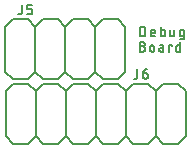
<source format=gto>
G75*
%MOIN*%
%OFA0B0*%
%FSLAX25Y25*%
%IPPOS*%
%LPD*%
%AMOC8*
5,1,8,0,0,1.08239X$1,22.5*
%
%ADD10C,0.00700*%
%ADD11C,0.00600*%
D10*
X0131744Y0127236D02*
X0132103Y0127236D01*
X0132154Y0127238D01*
X0132205Y0127243D01*
X0132256Y0127252D01*
X0132306Y0127265D01*
X0132354Y0127281D01*
X0132402Y0127301D01*
X0132448Y0127324D01*
X0132492Y0127350D01*
X0132534Y0127379D01*
X0132574Y0127412D01*
X0132611Y0127447D01*
X0132646Y0127484D01*
X0132679Y0127524D01*
X0132708Y0127566D01*
X0132734Y0127610D01*
X0132757Y0127656D01*
X0132777Y0127704D01*
X0132793Y0127752D01*
X0132806Y0127802D01*
X0132815Y0127853D01*
X0132820Y0127904D01*
X0132822Y0127955D01*
X0132823Y0127955D02*
X0132823Y0130473D01*
X0134663Y0130473D02*
X0136461Y0130473D01*
X0135742Y0129034D02*
X0134663Y0129034D01*
X0134663Y0130473D01*
X0135742Y0129034D02*
X0135793Y0129032D01*
X0135844Y0129027D01*
X0135895Y0129018D01*
X0135945Y0129005D01*
X0135993Y0128989D01*
X0136041Y0128969D01*
X0136087Y0128946D01*
X0136131Y0128920D01*
X0136173Y0128891D01*
X0136213Y0128858D01*
X0136250Y0128823D01*
X0136285Y0128786D01*
X0136318Y0128746D01*
X0136347Y0128704D01*
X0136373Y0128660D01*
X0136396Y0128614D01*
X0136416Y0128566D01*
X0136432Y0128518D01*
X0136445Y0128468D01*
X0136454Y0128417D01*
X0136459Y0128366D01*
X0136461Y0128315D01*
X0136461Y0127955D01*
X0136459Y0127904D01*
X0136454Y0127853D01*
X0136445Y0127802D01*
X0136432Y0127752D01*
X0136416Y0127704D01*
X0136396Y0127656D01*
X0136373Y0127610D01*
X0136347Y0127566D01*
X0136318Y0127524D01*
X0136285Y0127484D01*
X0136250Y0127447D01*
X0136213Y0127412D01*
X0136173Y0127379D01*
X0136131Y0127350D01*
X0136087Y0127324D01*
X0136041Y0127301D01*
X0135993Y0127281D01*
X0135945Y0127265D01*
X0135895Y0127252D01*
X0135844Y0127243D01*
X0135793Y0127238D01*
X0135742Y0127236D01*
X0134663Y0127236D01*
X0170725Y0105858D02*
X0170776Y0105860D01*
X0170827Y0105865D01*
X0170878Y0105874D01*
X0170928Y0105887D01*
X0170976Y0105903D01*
X0171024Y0105923D01*
X0171070Y0105946D01*
X0171114Y0105972D01*
X0171156Y0106001D01*
X0171196Y0106034D01*
X0171233Y0106069D01*
X0171268Y0106106D01*
X0171301Y0106146D01*
X0171330Y0106188D01*
X0171356Y0106232D01*
X0171379Y0106278D01*
X0171399Y0106326D01*
X0171415Y0106374D01*
X0171428Y0106424D01*
X0171437Y0106475D01*
X0171442Y0106526D01*
X0171444Y0106577D01*
X0171445Y0106577D02*
X0171445Y0109095D01*
X0173285Y0107656D02*
X0173285Y0106757D01*
X0173287Y0106698D01*
X0173293Y0106640D01*
X0173302Y0106582D01*
X0173316Y0106524D01*
X0173333Y0106468D01*
X0173353Y0106413D01*
X0173378Y0106359D01*
X0173405Y0106308D01*
X0173437Y0106258D01*
X0173471Y0106210D01*
X0173508Y0106164D01*
X0173548Y0106121D01*
X0173591Y0106081D01*
X0173637Y0106044D01*
X0173685Y0106010D01*
X0173735Y0105978D01*
X0173786Y0105951D01*
X0173840Y0105926D01*
X0173895Y0105906D01*
X0173951Y0105889D01*
X0174009Y0105875D01*
X0174067Y0105866D01*
X0174125Y0105860D01*
X0174184Y0105858D01*
X0174243Y0105860D01*
X0174301Y0105866D01*
X0174359Y0105875D01*
X0174417Y0105889D01*
X0174473Y0105906D01*
X0174528Y0105926D01*
X0174582Y0105951D01*
X0174634Y0105978D01*
X0174683Y0106010D01*
X0174731Y0106044D01*
X0174777Y0106081D01*
X0174820Y0106121D01*
X0174860Y0106164D01*
X0174897Y0106210D01*
X0174931Y0106258D01*
X0174963Y0106308D01*
X0174990Y0106359D01*
X0175015Y0106413D01*
X0175035Y0106468D01*
X0175052Y0106524D01*
X0175066Y0106582D01*
X0175075Y0106640D01*
X0175081Y0106698D01*
X0175083Y0106757D01*
X0175083Y0106937D01*
X0175081Y0106988D01*
X0175076Y0107039D01*
X0175067Y0107090D01*
X0175054Y0107140D01*
X0175038Y0107188D01*
X0175018Y0107236D01*
X0174995Y0107282D01*
X0174969Y0107326D01*
X0174940Y0107368D01*
X0174907Y0107408D01*
X0174872Y0107445D01*
X0174835Y0107480D01*
X0174795Y0107513D01*
X0174753Y0107542D01*
X0174709Y0107568D01*
X0174663Y0107591D01*
X0174615Y0107611D01*
X0174567Y0107627D01*
X0174517Y0107640D01*
X0174466Y0107649D01*
X0174415Y0107654D01*
X0174364Y0107656D01*
X0173285Y0107656D01*
X0173284Y0107656D02*
X0173286Y0107731D01*
X0173292Y0107806D01*
X0173302Y0107881D01*
X0173315Y0107955D01*
X0173333Y0108028D01*
X0173354Y0108101D01*
X0173380Y0108172D01*
X0173408Y0108241D01*
X0173441Y0108309D01*
X0173477Y0108375D01*
X0173516Y0108440D01*
X0173559Y0108502D01*
X0173605Y0108562D01*
X0173654Y0108619D01*
X0173705Y0108674D01*
X0173760Y0108725D01*
X0173817Y0108774D01*
X0173877Y0108820D01*
X0173939Y0108863D01*
X0174003Y0108902D01*
X0174070Y0108938D01*
X0174138Y0108971D01*
X0174207Y0108999D01*
X0174278Y0109025D01*
X0174351Y0109046D01*
X0174424Y0109064D01*
X0174498Y0109077D01*
X0174573Y0109087D01*
X0174648Y0109093D01*
X0174723Y0109095D01*
X0170725Y0105858D02*
X0170366Y0105858D01*
X0172334Y0114854D02*
X0172334Y0118091D01*
X0173233Y0118091D01*
X0173285Y0118089D01*
X0173338Y0118083D01*
X0173389Y0118074D01*
X0173440Y0118061D01*
X0173490Y0118044D01*
X0173538Y0118023D01*
X0173585Y0117999D01*
X0173630Y0117972D01*
X0173672Y0117941D01*
X0173713Y0117907D01*
X0173751Y0117871D01*
X0173786Y0117832D01*
X0173818Y0117790D01*
X0173847Y0117747D01*
X0173872Y0117701D01*
X0173895Y0117653D01*
X0173913Y0117604D01*
X0173929Y0117554D01*
X0173940Y0117503D01*
X0173948Y0117451D01*
X0173952Y0117398D01*
X0173952Y0117346D01*
X0173948Y0117293D01*
X0173940Y0117241D01*
X0173929Y0117190D01*
X0173913Y0117140D01*
X0173895Y0117091D01*
X0173872Y0117043D01*
X0173847Y0116997D01*
X0173818Y0116954D01*
X0173786Y0116912D01*
X0173751Y0116873D01*
X0173713Y0116837D01*
X0173672Y0116803D01*
X0173630Y0116772D01*
X0173585Y0116745D01*
X0173538Y0116721D01*
X0173490Y0116700D01*
X0173440Y0116683D01*
X0173389Y0116670D01*
X0173338Y0116661D01*
X0173285Y0116655D01*
X0173233Y0116653D01*
X0173233Y0116652D02*
X0172334Y0116652D01*
X0173233Y0116652D02*
X0173292Y0116650D01*
X0173350Y0116644D01*
X0173408Y0116635D01*
X0173466Y0116621D01*
X0173522Y0116604D01*
X0173577Y0116584D01*
X0173631Y0116559D01*
X0173683Y0116532D01*
X0173732Y0116500D01*
X0173780Y0116466D01*
X0173826Y0116429D01*
X0173869Y0116389D01*
X0173909Y0116346D01*
X0173946Y0116300D01*
X0173980Y0116252D01*
X0174012Y0116203D01*
X0174039Y0116151D01*
X0174064Y0116097D01*
X0174084Y0116042D01*
X0174101Y0115986D01*
X0174115Y0115928D01*
X0174124Y0115870D01*
X0174130Y0115812D01*
X0174132Y0115753D01*
X0174130Y0115694D01*
X0174124Y0115636D01*
X0174115Y0115578D01*
X0174101Y0115520D01*
X0174084Y0115464D01*
X0174064Y0115409D01*
X0174039Y0115355D01*
X0174012Y0115304D01*
X0173980Y0115254D01*
X0173946Y0115206D01*
X0173909Y0115160D01*
X0173869Y0115117D01*
X0173826Y0115077D01*
X0173780Y0115040D01*
X0173732Y0115006D01*
X0173683Y0114974D01*
X0173631Y0114947D01*
X0173577Y0114922D01*
X0173522Y0114902D01*
X0173466Y0114885D01*
X0173408Y0114871D01*
X0173350Y0114862D01*
X0173292Y0114856D01*
X0173233Y0114854D01*
X0172334Y0114854D01*
X0175618Y0115573D02*
X0175618Y0116293D01*
X0175619Y0116293D02*
X0175621Y0116345D01*
X0175627Y0116398D01*
X0175636Y0116449D01*
X0175649Y0116500D01*
X0175666Y0116550D01*
X0175687Y0116598D01*
X0175711Y0116645D01*
X0175738Y0116690D01*
X0175769Y0116732D01*
X0175803Y0116773D01*
X0175839Y0116811D01*
X0175878Y0116846D01*
X0175920Y0116878D01*
X0175963Y0116907D01*
X0176009Y0116932D01*
X0176057Y0116955D01*
X0176106Y0116973D01*
X0176156Y0116989D01*
X0176207Y0117000D01*
X0176259Y0117008D01*
X0176312Y0117012D01*
X0176364Y0117012D01*
X0176417Y0117008D01*
X0176469Y0117000D01*
X0176520Y0116989D01*
X0176570Y0116973D01*
X0176619Y0116955D01*
X0176667Y0116932D01*
X0176713Y0116907D01*
X0176756Y0116878D01*
X0176798Y0116846D01*
X0176837Y0116811D01*
X0176873Y0116773D01*
X0176907Y0116732D01*
X0176938Y0116690D01*
X0176965Y0116645D01*
X0176989Y0116598D01*
X0177010Y0116550D01*
X0177027Y0116500D01*
X0177040Y0116449D01*
X0177049Y0116398D01*
X0177055Y0116345D01*
X0177057Y0116293D01*
X0177057Y0115573D01*
X0177055Y0115521D01*
X0177049Y0115468D01*
X0177040Y0115417D01*
X0177027Y0115366D01*
X0177010Y0115316D01*
X0176989Y0115268D01*
X0176965Y0115221D01*
X0176938Y0115176D01*
X0176907Y0115134D01*
X0176873Y0115093D01*
X0176837Y0115055D01*
X0176798Y0115020D01*
X0176756Y0114988D01*
X0176713Y0114959D01*
X0176667Y0114934D01*
X0176619Y0114911D01*
X0176570Y0114893D01*
X0176520Y0114877D01*
X0176469Y0114866D01*
X0176417Y0114858D01*
X0176364Y0114854D01*
X0176312Y0114854D01*
X0176259Y0114858D01*
X0176207Y0114866D01*
X0176156Y0114877D01*
X0176106Y0114893D01*
X0176057Y0114911D01*
X0176009Y0114934D01*
X0175963Y0114959D01*
X0175920Y0114988D01*
X0175878Y0115020D01*
X0175839Y0115055D01*
X0175803Y0115093D01*
X0175769Y0115134D01*
X0175738Y0115176D01*
X0175711Y0115221D01*
X0175687Y0115268D01*
X0175666Y0115316D01*
X0175649Y0115366D01*
X0175636Y0115417D01*
X0175627Y0115468D01*
X0175621Y0115521D01*
X0175619Y0115573D01*
X0178840Y0117012D02*
X0179559Y0117012D01*
X0179604Y0117010D01*
X0179648Y0117005D01*
X0179692Y0116995D01*
X0179734Y0116983D01*
X0179776Y0116967D01*
X0179816Y0116947D01*
X0179854Y0116924D01*
X0179891Y0116898D01*
X0179925Y0116869D01*
X0179956Y0116838D01*
X0179985Y0116804D01*
X0180011Y0116767D01*
X0180034Y0116729D01*
X0180054Y0116689D01*
X0180070Y0116647D01*
X0180082Y0116605D01*
X0180092Y0116561D01*
X0180097Y0116517D01*
X0180099Y0116472D01*
X0180099Y0114854D01*
X0179289Y0114854D01*
X0179240Y0114856D01*
X0179191Y0114862D01*
X0179142Y0114871D01*
X0179095Y0114885D01*
X0179048Y0114902D01*
X0179003Y0114923D01*
X0178960Y0114947D01*
X0178919Y0114974D01*
X0178880Y0115005D01*
X0178844Y0115038D01*
X0178811Y0115074D01*
X0178780Y0115113D01*
X0178753Y0115154D01*
X0178729Y0115197D01*
X0178708Y0115242D01*
X0178691Y0115289D01*
X0178677Y0115336D01*
X0178668Y0115385D01*
X0178662Y0115434D01*
X0178660Y0115483D01*
X0178662Y0115532D01*
X0178668Y0115581D01*
X0178677Y0115630D01*
X0178691Y0115677D01*
X0178708Y0115724D01*
X0178729Y0115769D01*
X0178753Y0115812D01*
X0178780Y0115853D01*
X0178811Y0115892D01*
X0178844Y0115928D01*
X0178880Y0115961D01*
X0178919Y0115992D01*
X0178960Y0116019D01*
X0179003Y0116043D01*
X0179048Y0116064D01*
X0179095Y0116081D01*
X0179142Y0116095D01*
X0179191Y0116104D01*
X0179240Y0116110D01*
X0179289Y0116112D01*
X0179289Y0116113D02*
X0180099Y0116113D01*
X0182030Y0117012D02*
X0183109Y0117012D01*
X0183109Y0116652D01*
X0182030Y0117012D02*
X0182030Y0114854D01*
X0184329Y0115393D02*
X0184329Y0116472D01*
X0184330Y0116472D02*
X0184332Y0116517D01*
X0184337Y0116561D01*
X0184346Y0116604D01*
X0184359Y0116647D01*
X0184375Y0116689D01*
X0184395Y0116729D01*
X0184418Y0116767D01*
X0184444Y0116803D01*
X0184472Y0116837D01*
X0184504Y0116869D01*
X0184538Y0116897D01*
X0184574Y0116923D01*
X0184612Y0116946D01*
X0184652Y0116966D01*
X0184694Y0116982D01*
X0184737Y0116995D01*
X0184780Y0117004D01*
X0184824Y0117009D01*
X0184869Y0117011D01*
X0184869Y0117012D02*
X0185768Y0117012D01*
X0185768Y0118091D02*
X0185768Y0114854D01*
X0184869Y0114854D01*
X0184824Y0114856D01*
X0184780Y0114861D01*
X0184737Y0114870D01*
X0184694Y0114883D01*
X0184652Y0114899D01*
X0184612Y0114919D01*
X0184574Y0114942D01*
X0184538Y0114968D01*
X0184504Y0114996D01*
X0184472Y0115028D01*
X0184444Y0115062D01*
X0184418Y0115098D01*
X0184395Y0115136D01*
X0184375Y0115176D01*
X0184359Y0115218D01*
X0184346Y0115261D01*
X0184337Y0115304D01*
X0184332Y0115348D01*
X0184330Y0115393D01*
X0185657Y0118893D02*
X0186376Y0118893D01*
X0186421Y0118895D01*
X0186465Y0118900D01*
X0186509Y0118910D01*
X0186551Y0118922D01*
X0186593Y0118938D01*
X0186633Y0118958D01*
X0186671Y0118981D01*
X0186708Y0119007D01*
X0186742Y0119036D01*
X0186773Y0119067D01*
X0186802Y0119101D01*
X0186828Y0119138D01*
X0186851Y0119176D01*
X0186871Y0119216D01*
X0186887Y0119258D01*
X0186899Y0119300D01*
X0186909Y0119344D01*
X0186914Y0119388D01*
X0186916Y0119433D01*
X0186915Y0119433D02*
X0186915Y0122130D01*
X0186016Y0122130D01*
X0185971Y0122128D01*
X0185927Y0122123D01*
X0185884Y0122114D01*
X0185841Y0122101D01*
X0185799Y0122085D01*
X0185759Y0122065D01*
X0185721Y0122042D01*
X0185685Y0122016D01*
X0185651Y0121988D01*
X0185619Y0121956D01*
X0185591Y0121922D01*
X0185565Y0121886D01*
X0185542Y0121848D01*
X0185522Y0121808D01*
X0185506Y0121766D01*
X0185493Y0121723D01*
X0185484Y0121680D01*
X0185479Y0121636D01*
X0185477Y0121591D01*
X0185477Y0120512D01*
X0185479Y0120467D01*
X0185484Y0120423D01*
X0185493Y0120380D01*
X0185506Y0120337D01*
X0185522Y0120295D01*
X0185542Y0120255D01*
X0185565Y0120217D01*
X0185591Y0120181D01*
X0185619Y0120147D01*
X0185651Y0120115D01*
X0185685Y0120087D01*
X0185721Y0120061D01*
X0185759Y0120038D01*
X0185799Y0120018D01*
X0185841Y0120002D01*
X0185884Y0119989D01*
X0185927Y0119980D01*
X0185971Y0119975D01*
X0186016Y0119973D01*
X0186016Y0119972D02*
X0186915Y0119972D01*
X0183756Y0119972D02*
X0183756Y0122130D01*
X0182317Y0122130D02*
X0182317Y0120512D01*
X0182318Y0120512D02*
X0182320Y0120467D01*
X0182325Y0120423D01*
X0182334Y0120380D01*
X0182347Y0120337D01*
X0182363Y0120295D01*
X0182383Y0120255D01*
X0182406Y0120217D01*
X0182432Y0120181D01*
X0182460Y0120147D01*
X0182492Y0120115D01*
X0182526Y0120087D01*
X0182562Y0120061D01*
X0182600Y0120038D01*
X0182640Y0120018D01*
X0182682Y0120002D01*
X0182725Y0119989D01*
X0182768Y0119980D01*
X0182812Y0119975D01*
X0182857Y0119973D01*
X0182857Y0119972D02*
X0183756Y0119972D01*
X0180596Y0120512D02*
X0180596Y0121591D01*
X0180597Y0121591D02*
X0180595Y0121636D01*
X0180590Y0121680D01*
X0180580Y0121724D01*
X0180568Y0121766D01*
X0180552Y0121808D01*
X0180532Y0121848D01*
X0180509Y0121886D01*
X0180483Y0121923D01*
X0180454Y0121957D01*
X0180423Y0121988D01*
X0180389Y0122017D01*
X0180352Y0122043D01*
X0180314Y0122066D01*
X0180274Y0122086D01*
X0180232Y0122102D01*
X0180190Y0122114D01*
X0180146Y0122124D01*
X0180102Y0122129D01*
X0180057Y0122131D01*
X0180057Y0122130D02*
X0179158Y0122130D01*
X0179158Y0123209D02*
X0179158Y0119972D01*
X0180057Y0119972D01*
X0180102Y0119974D01*
X0180146Y0119979D01*
X0180190Y0119989D01*
X0180232Y0120001D01*
X0180274Y0120017D01*
X0180314Y0120037D01*
X0180352Y0120060D01*
X0180389Y0120086D01*
X0180423Y0120115D01*
X0180454Y0120146D01*
X0180483Y0120180D01*
X0180509Y0120217D01*
X0180532Y0120255D01*
X0180552Y0120295D01*
X0180568Y0120337D01*
X0180580Y0120379D01*
X0180590Y0120423D01*
X0180595Y0120467D01*
X0180597Y0120512D01*
X0177378Y0121051D02*
X0175939Y0121051D01*
X0175939Y0121411D02*
X0175939Y0120512D01*
X0175940Y0120512D02*
X0175942Y0120467D01*
X0175947Y0120423D01*
X0175956Y0120380D01*
X0175969Y0120337D01*
X0175985Y0120295D01*
X0176005Y0120255D01*
X0176028Y0120217D01*
X0176054Y0120181D01*
X0176082Y0120147D01*
X0176114Y0120115D01*
X0176148Y0120087D01*
X0176184Y0120061D01*
X0176222Y0120038D01*
X0176262Y0120018D01*
X0176304Y0120002D01*
X0176347Y0119989D01*
X0176390Y0119980D01*
X0176434Y0119975D01*
X0176479Y0119973D01*
X0176479Y0119972D02*
X0177378Y0119972D01*
X0177378Y0121051D02*
X0177378Y0121411D01*
X0177376Y0121463D01*
X0177370Y0121516D01*
X0177361Y0121567D01*
X0177348Y0121618D01*
X0177331Y0121668D01*
X0177310Y0121716D01*
X0177286Y0121763D01*
X0177259Y0121808D01*
X0177228Y0121850D01*
X0177194Y0121891D01*
X0177158Y0121929D01*
X0177119Y0121964D01*
X0177077Y0121996D01*
X0177034Y0122025D01*
X0176988Y0122050D01*
X0176940Y0122073D01*
X0176891Y0122091D01*
X0176841Y0122107D01*
X0176790Y0122118D01*
X0176738Y0122126D01*
X0176685Y0122130D01*
X0176633Y0122130D01*
X0176580Y0122126D01*
X0176528Y0122118D01*
X0176477Y0122107D01*
X0176427Y0122091D01*
X0176378Y0122073D01*
X0176330Y0122050D01*
X0176284Y0122025D01*
X0176241Y0121996D01*
X0176199Y0121964D01*
X0176160Y0121929D01*
X0176124Y0121891D01*
X0176090Y0121850D01*
X0176059Y0121808D01*
X0176032Y0121763D01*
X0176008Y0121716D01*
X0175987Y0121668D01*
X0175970Y0121618D01*
X0175957Y0121567D01*
X0175948Y0121516D01*
X0175942Y0121463D01*
X0175940Y0121411D01*
X0174133Y0120871D02*
X0174133Y0122310D01*
X0174132Y0122310D02*
X0174130Y0122369D01*
X0174124Y0122427D01*
X0174115Y0122485D01*
X0174101Y0122543D01*
X0174084Y0122599D01*
X0174064Y0122654D01*
X0174039Y0122708D01*
X0174012Y0122760D01*
X0173980Y0122809D01*
X0173946Y0122857D01*
X0173909Y0122903D01*
X0173869Y0122946D01*
X0173826Y0122986D01*
X0173780Y0123023D01*
X0173732Y0123057D01*
X0173683Y0123089D01*
X0173631Y0123116D01*
X0173577Y0123141D01*
X0173522Y0123161D01*
X0173466Y0123178D01*
X0173408Y0123192D01*
X0173350Y0123201D01*
X0173292Y0123207D01*
X0173233Y0123209D01*
X0172334Y0123209D01*
X0172334Y0119972D01*
X0173233Y0119972D01*
X0173292Y0119974D01*
X0173350Y0119980D01*
X0173408Y0119989D01*
X0173466Y0120003D01*
X0173522Y0120020D01*
X0173577Y0120040D01*
X0173631Y0120065D01*
X0173683Y0120092D01*
X0173732Y0120124D01*
X0173780Y0120158D01*
X0173826Y0120195D01*
X0173869Y0120235D01*
X0173909Y0120278D01*
X0173946Y0120324D01*
X0173980Y0120372D01*
X0174012Y0120422D01*
X0174039Y0120473D01*
X0174064Y0120527D01*
X0174084Y0120582D01*
X0174101Y0120638D01*
X0174115Y0120696D01*
X0174124Y0120754D01*
X0174130Y0120812D01*
X0174132Y0120871D01*
D11*
X0127496Y0101689D02*
X0127496Y0086689D01*
X0129996Y0084189D01*
X0134996Y0084189D01*
X0137496Y0086689D01*
X0137496Y0101689D01*
X0139996Y0104189D01*
X0144996Y0104189D01*
X0147496Y0101689D01*
X0147496Y0086689D01*
X0149996Y0084189D01*
X0154996Y0084189D01*
X0157496Y0086689D01*
X0157496Y0101689D01*
X0159996Y0104189D01*
X0164996Y0104189D01*
X0167496Y0101689D01*
X0167496Y0086689D01*
X0169996Y0084189D01*
X0174996Y0084189D01*
X0177496Y0086689D01*
X0177496Y0101689D01*
X0179996Y0104189D01*
X0184996Y0104189D01*
X0187496Y0101689D01*
X0187496Y0086689D01*
X0184996Y0084189D01*
X0179996Y0084189D01*
X0177496Y0086689D01*
X0167496Y0086689D02*
X0164996Y0084189D01*
X0159996Y0084189D01*
X0157496Y0086689D01*
X0147496Y0086689D02*
X0144996Y0084189D01*
X0139996Y0084189D01*
X0137496Y0086689D01*
X0137496Y0101689D02*
X0134996Y0104189D01*
X0129996Y0104189D01*
X0127496Y0101689D01*
X0129957Y0105567D02*
X0134957Y0105567D01*
X0137457Y0108067D01*
X0137457Y0123067D01*
X0139957Y0125567D01*
X0144957Y0125567D01*
X0147457Y0123067D01*
X0147457Y0108067D01*
X0149957Y0105567D01*
X0154957Y0105567D01*
X0157457Y0108067D01*
X0157457Y0123067D01*
X0159957Y0125567D01*
X0164957Y0125567D01*
X0167457Y0123067D01*
X0167457Y0108067D01*
X0164957Y0105567D01*
X0159957Y0105567D01*
X0157457Y0108067D01*
X0154996Y0104189D02*
X0157496Y0101689D01*
X0154996Y0104189D02*
X0149996Y0104189D01*
X0147496Y0101689D01*
X0144957Y0105567D02*
X0139957Y0105567D01*
X0137457Y0108067D01*
X0144957Y0105567D02*
X0147457Y0108067D01*
X0129957Y0105567D02*
X0127457Y0108067D01*
X0127457Y0123067D01*
X0129957Y0125567D01*
X0134957Y0125567D01*
X0137457Y0123067D01*
X0147457Y0123067D02*
X0149957Y0125567D01*
X0154957Y0125567D01*
X0157457Y0123067D01*
X0169996Y0104189D02*
X0174996Y0104189D01*
X0177496Y0101689D01*
X0169996Y0104189D02*
X0167496Y0101689D01*
M02*

</source>
